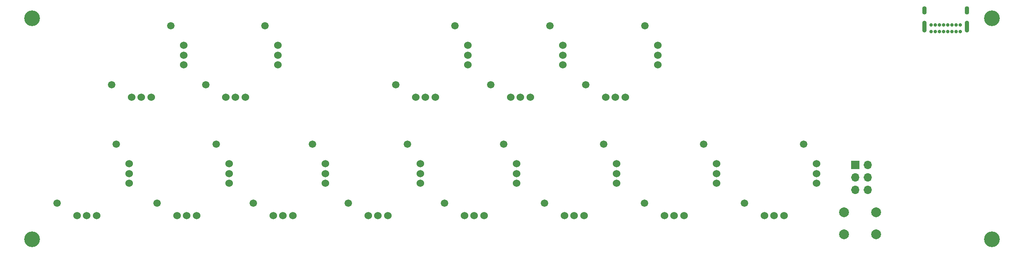
<source format=gbr>
%TF.GenerationSoftware,KiCad,Pcbnew,(5.1.9)-1*%
%TF.CreationDate,2022-01-24T16:54:11-08:00*%
%TF.ProjectId,pspMidi,7073704d-6964-4692-9e6b-696361645f70,rev?*%
%TF.SameCoordinates,Original*%
%TF.FileFunction,Soldermask,Bot*%
%TF.FilePolarity,Negative*%
%FSLAX46Y46*%
G04 Gerber Fmt 4.6, Leading zero omitted, Abs format (unit mm)*
G04 Created by KiCad (PCBNEW (5.1.9)-1) date 2022-01-24 16:54:11*
%MOMM*%
%LPD*%
G01*
G04 APERTURE LIST*
%ADD10C,3.200000*%
%ADD11C,1.500000*%
%ADD12C,1.524000*%
%ADD13C,2.000000*%
%ADD14O,1.700000X1.700000*%
%ADD15R,1.700000X1.700000*%
%ADD16O,0.900000X1.700000*%
%ADD17O,0.900000X2.400000*%
%ADD18C,0.700000*%
G04 APERTURE END LIST*
D10*
%TO.C,REF\u002A\u002A*%
X41000000Y-56000000D03*
%TD*%
%TO.C,REF\u002A\u002A*%
X41000000Y-101000000D03*
%TD*%
%TO.C,REF\u002A\u002A*%
X236000000Y-101000000D03*
%TD*%
%TO.C,REF\u002A\u002A*%
X236000000Y-56000000D03*
%TD*%
D11*
%TO.C,VR13*%
X197770000Y-81630000D03*
X185770000Y-93630000D03*
D12*
X189770000Y-96230000D03*
X191770000Y-96230000D03*
X193770000Y-96230000D03*
X200370000Y-89630000D03*
X200370000Y-87630000D03*
X200370000Y-85630000D03*
%TD*%
D11*
%TO.C,VR12*%
X177450000Y-81630000D03*
X165450000Y-93630000D03*
D12*
X169450000Y-96230000D03*
X171450000Y-96230000D03*
X173450000Y-96230000D03*
X180050000Y-89630000D03*
X180050000Y-87630000D03*
X180050000Y-85630000D03*
%TD*%
D11*
%TO.C,VR11*%
X157130000Y-81630000D03*
X145130000Y-93630000D03*
D12*
X149130000Y-96230000D03*
X151130000Y-96230000D03*
X153130000Y-96230000D03*
X159730000Y-89630000D03*
X159730000Y-87630000D03*
X159730000Y-85630000D03*
%TD*%
D11*
%TO.C,VR10*%
X136810000Y-81630000D03*
X124810000Y-93630000D03*
D12*
X128810000Y-96230000D03*
X130810000Y-96230000D03*
X132810000Y-96230000D03*
X139410000Y-89630000D03*
X139410000Y-87630000D03*
X139410000Y-85630000D03*
%TD*%
D11*
%TO.C,VR9*%
X117252000Y-81630000D03*
X105252000Y-93630000D03*
D12*
X109252000Y-96230000D03*
X111252000Y-96230000D03*
X113252000Y-96230000D03*
X119852000Y-89630000D03*
X119852000Y-87630000D03*
X119852000Y-85630000D03*
%TD*%
D11*
%TO.C,VR8*%
X97948000Y-81630000D03*
X85948000Y-93630000D03*
D12*
X89948000Y-96230000D03*
X91948000Y-96230000D03*
X93948000Y-96230000D03*
X100548000Y-89630000D03*
X100548000Y-87630000D03*
X100548000Y-85630000D03*
%TD*%
D11*
%TO.C,VR7*%
X78390000Y-81630000D03*
X66390000Y-93630000D03*
D12*
X70390000Y-96230000D03*
X72390000Y-96230000D03*
X74390000Y-96230000D03*
X80990000Y-89630000D03*
X80990000Y-87630000D03*
X80990000Y-85630000D03*
%TD*%
D11*
%TO.C,VR6*%
X58070000Y-81630000D03*
X46070000Y-93630000D03*
D12*
X50070000Y-96230000D03*
X52070000Y-96230000D03*
X54070000Y-96230000D03*
X60670000Y-89630000D03*
X60670000Y-87630000D03*
X60670000Y-85630000D03*
%TD*%
D11*
%TO.C,VR5*%
X165512000Y-57500000D03*
X153512000Y-69500000D03*
D12*
X157512000Y-72100000D03*
X159512000Y-72100000D03*
X161512000Y-72100000D03*
X168112000Y-65500000D03*
X168112000Y-63500000D03*
X168112000Y-61500000D03*
%TD*%
D11*
%TO.C,VR4*%
X146208000Y-57500000D03*
X134208000Y-69500000D03*
D12*
X138208000Y-72100000D03*
X140208000Y-72100000D03*
X142208000Y-72100000D03*
X148808000Y-65500000D03*
X148808000Y-63500000D03*
X148808000Y-61500000D03*
%TD*%
D11*
%TO.C,VR3*%
X126904000Y-57500000D03*
X114904000Y-69500000D03*
D12*
X118904000Y-72100000D03*
X120904000Y-72100000D03*
X122904000Y-72100000D03*
X129504000Y-65500000D03*
X129504000Y-63500000D03*
X129504000Y-61500000D03*
%TD*%
D11*
%TO.C,VR2*%
X88296000Y-57500000D03*
X76296000Y-69500000D03*
D12*
X80296000Y-72100000D03*
X82296000Y-72100000D03*
X84296000Y-72100000D03*
X90896000Y-65500000D03*
X90896000Y-63500000D03*
X90896000Y-61500000D03*
%TD*%
D11*
%TO.C,VR1*%
X69166001Y-57500000D03*
X57166001Y-69500000D03*
D12*
X61166001Y-72100000D03*
X63166001Y-72100000D03*
X65166001Y-72100000D03*
X71766001Y-65500000D03*
X71766001Y-63500000D03*
X71766001Y-61500000D03*
%TD*%
D13*
%TO.C,SW1*%
X212500000Y-95500000D03*
X212500000Y-100000000D03*
X206000000Y-95500000D03*
X206000000Y-100000000D03*
%TD*%
D14*
%TO.C,J2*%
X210820000Y-90932000D03*
X208280000Y-90932000D03*
X210820000Y-88392000D03*
X208280000Y-88392000D03*
X210820000Y-85852000D03*
D15*
X208280000Y-85852000D03*
%TD*%
D16*
%TO.C,J1*%
X222316000Y-54346000D03*
X230966000Y-54346000D03*
D17*
X222316000Y-57726000D03*
X230966000Y-57726000D03*
D18*
X226216000Y-57356000D03*
X223666000Y-57356000D03*
X224516000Y-57356000D03*
X225366000Y-57356000D03*
X229616000Y-57356000D03*
X227916000Y-57356000D03*
X227066000Y-57356000D03*
X228766000Y-57356000D03*
X223666000Y-58706000D03*
X224516000Y-58706000D03*
X225366000Y-58706000D03*
X226216000Y-58706000D03*
X227066000Y-58706000D03*
X227916000Y-58706000D03*
X228766000Y-58706000D03*
X229616000Y-58706000D03*
%TD*%
M02*

</source>
